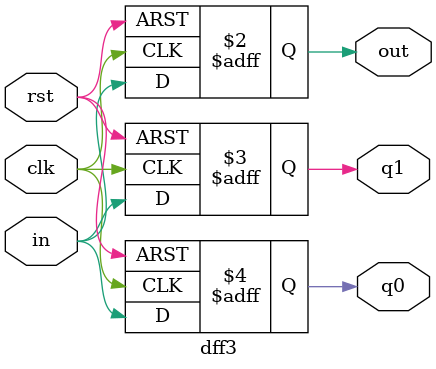
<source format=v>
`timescale 1ns / 1ps
module dff3( 
    input in, clk, rst,
    output reg out, q1, q0
    ); //blocking statements
    always@(posedge clk, posedge rst) begin
        if(rst) begin
            out=0;
            q1=0;
            q0=0;
        end
        else begin
            q0=in;
            q1=q0;
            out=q1;
           
            
        end
    end
endmodule
//module dff3( 
//    input in, clk, rst,
//    output reg out, q1, q0
//    ); //non-blocking statements
//    always@(posedge clk, posedge rst) begin
//        if(rst) begin
//            out<=0;
//            q1<=0;
//            q0<=0;
//        end
//        else begin
//            q0<=in;
//            q1<=q0;
//            out<=q1; 
//        end
//    end
//endmodule
</source>
